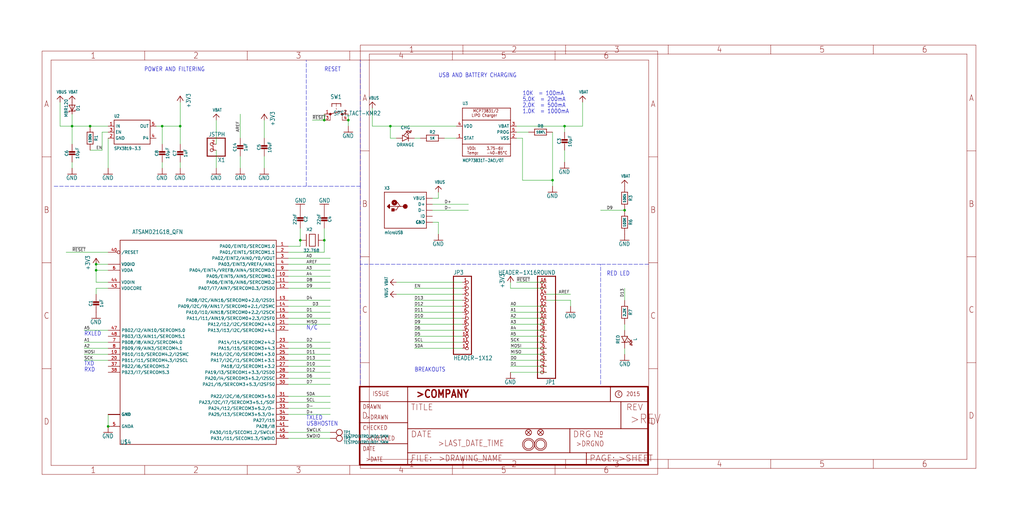
<source format=kicad_sch>
(kicad_sch (version 20211123) (generator eeschema)
  (paper "User" 433.07 220.853)
  (lib_symbols
    (symbol "Adafruit Feather M0 Basic rev C-eagle-import:+3V3" (power)
      (property "Value" "+3V3" (at -2.54 -5.08 90))
      (symbol "+3V3_1_0"
        (pin power_in line (at 0 -2.54 90) (length 2.54) (name "+3V3") (number "1"))
      )
    )
    (symbol "Adafruit Feather M0 Basic rev C-eagle-import:ATSAMD21J_QFN"
      (property "Value" "ATSAMD21J_QFN" (at -15.24 40.64 0))
      (symbol "ATSAMD21J_QFN_1_0"
        (pin bidirectional line (at 50.8 35.56 180) (length 5.08) (name "PA00/EINT0/SERCOM1.0") (number "1"))
        (pin bidirectional line (at 50.8 22.86 180) (length 5.08) (name "PA05/EINT5/AIN5/SERCOM0.1") (number "10"))
        (pin bidirectional line (at 50.8 20.32 180) (length 5.08) (name "PA06/EINT6/AIN6/SERCOM0.2") (number "11"))
        (pin bidirectional line (at 50.8 17.78 180) (length 5.08) (name "PA07/I7/AIN7/SERCOM0.3/I2SD0") (number "12"))
        (pin bidirectional line (at 50.8 12.7 180) (length 5.08) (name "PA08/I2C/AIN16/SERCOM0+2.0/I2SD1") (number "13"))
        (pin bidirectional line (at 50.8 10.16 180) (length 5.08) (name "PA09/I2C/I9/AIN17/SERCOM0+2.1/I2SMC") (number "14"))
        (pin bidirectional line (at 50.8 7.62 180) (length 5.08) (name "PA10/I10/AIN18/SERCOM0+2.2/I2SCK") (number "15"))
        (pin bidirectional line (at 50.8 5.08 180) (length 5.08) (name "PA11/I11/AIN19/SERCOM0+2.3/I2SF0") (number "16"))
        (pin power_in line (at -25.4 27.94 0) (length 5.08) (name "VDDIO") (number "17"))
        (pin power_in line (at -25.4 -35.56 0) (length 5.08) (name "GND") (number "18"))
        (pin bidirectional line (at -25.4 -10.16 0) (length 5.08) (name "PB10/I10/SERCOM4.2/I2SMC") (number "19"))
        (pin bidirectional line (at 50.8 33.02 180) (length 5.08) (name "PA01/EINT1/SERCOM1.1") (number "2"))
        (pin bidirectional line (at -25.4 -12.7 0) (length 5.08) (name "PB11/I11/SERCOM4.3/I2SCL") (number "20"))
        (pin bidirectional line (at 50.8 2.54 180) (length 5.08) (name "PA12/I12/I2C/SERCOM2+4.0") (number "21"))
        (pin bidirectional line (at 50.8 0 180) (length 5.08) (name "PA13/I13/I2C/SERCOM2+4.1") (number "22"))
        (pin bidirectional line (at 50.8 -5.08 180) (length 5.08) (name "PA14/I14/SERCOM2+4.2") (number "23"))
        (pin bidirectional line (at 50.8 -7.62 180) (length 5.08) (name "PA15/I15/SERCOM3+4.3") (number "24"))
        (pin bidirectional line (at 50.8 -10.16 180) (length 5.08) (name "PA16/I2C/I0/SERCOM1+3.0") (number "25"))
        (pin bidirectional line (at 50.8 -12.7 180) (length 5.08) (name "PA17/I2C/I1/SERCOM1+3.1") (number "26"))
        (pin bidirectional line (at 50.8 -15.24 180) (length 5.08) (name "PA18/I2/SERCOM1+3.2") (number "27"))
        (pin bidirectional line (at 50.8 -17.78 180) (length 5.08) (name "PA19/I3/SERCOM1+3.3/I2SD0") (number "28"))
        (pin bidirectional line (at 50.8 -20.32 180) (length 5.08) (name "PA20/I4/SERCOM3+5.2/I2SSC") (number "29"))
        (pin bidirectional line (at 50.8 30.48 180) (length 5.08) (name "PA02/EINT2/AIN0/Y0/VOUT") (number "3"))
        (pin bidirectional line (at 50.8 -22.86 180) (length 5.08) (name "PA21/I5/SERCOM3+5.3/I2SFS0") (number "30"))
        (pin bidirectional line (at 50.8 -27.94 180) (length 5.08) (name "PA22/I2C/I6/SERCOM3+5.0") (number "31"))
        (pin bidirectional line (at 50.8 -30.48 180) (length 5.08) (name "PA23/I2C/I7/SERCOM3+5.1/SOF") (number "32"))
        (pin bidirectional line (at 50.8 -33.02 180) (length 5.08) (name "PA24/I12/SERCOM3+5.2/D-") (number "33"))
        (pin bidirectional line (at 50.8 -35.56 180) (length 5.08) (name "PA25/I13/SERCOM3+5.3/D+") (number "34"))
        (pin power_in line (at -25.4 -35.56 0) (length 5.08) (name "GND") (number "35"))
        (pin power_in line (at -25.4 27.94 0) (length 5.08) (name "VDDIO") (number "36"))
        (pin bidirectional line (at -25.4 -15.24 0) (length 5.08) (name "PB22/I6/SERCOM5.2") (number "37"))
        (pin bidirectional line (at -25.4 -17.78 0) (length 5.08) (name "PB23/I7/SERCOM5.3") (number "38"))
        (pin bidirectional line (at 50.8 -38.1 180) (length 5.08) (name "PA27/I15") (number "39"))
        (pin bidirectional line (at 50.8 27.94 180) (length 5.08) (name "PA03/EINT3/VREFA/AIN1") (number "4"))
        (pin bidirectional inverted (at -25.4 33.02 0) (length 5.08) (name "/RESET") (number "40"))
        (pin bidirectional line (at 50.8 -40.64 180) (length 5.08) (name "PA28/I8") (number "41"))
        (pin power_in line (at -25.4 -35.56 0) (length 5.08) (name "GND") (number "42"))
        (pin power_in line (at -25.4 17.78 0) (length 5.08) (name "VDDCORE") (number "43"))
        (pin power_in line (at -25.4 20.32 0) (length 5.08) (name "VDDIN") (number "44"))
        (pin bidirectional line (at 50.8 -43.18 180) (length 5.08) (name "PA30/I10/SECOM1.2/SWCLK") (number "45"))
        (pin bidirectional line (at 50.8 -45.72 180) (length 5.08) (name "PA31/I11/SECOM1.3/SWDIO") (number "46"))
        (pin bidirectional line (at -25.4 0 0) (length 5.08) (name "PB02/I2/AIN10/SERCOM5.0") (number "47"))
        (pin bidirectional line (at -25.4 -2.54 0) (length 5.08) (name "PB03/I3/AIN11/SERCOM5.1") (number "48"))
        (pin power_in line (at -25.4 -40.64 0) (length 5.08) (name "GNDA") (number "5"))
        (pin power_in line (at -25.4 25.4 0) (length 5.08) (name "VDDA") (number "6"))
        (pin bidirectional line (at -25.4 -5.08 0) (length 5.08) (name "PB08/I8/AIN2/SERCOM4.0") (number "7"))
        (pin bidirectional line (at -25.4 -7.62 0) (length 5.08) (name "PB09/I9/AIN3/SERCOM4.1") (number "8"))
        (pin bidirectional line (at 50.8 25.4 180) (length 5.08) (name "PA04/EINT4/VREFB/AIN4/SERCOM0.0") (number "9"))
        (pin power_in line (at -25.4 -35.56 0) (length 5.08) (name "GND") (number "THERMAL"))
      )
    )
    (symbol "Adafruit Feather M0 Basic rev C-eagle-import:CAP_CERAMIC0603_NO"
      (property "Reference" "C" (at -2.29 1.25 90))
      (property "Value" "CAP_CERAMIC0603_NO" (at 2.3 1.25 90))
      (symbol "CAP_CERAMIC0603_NO_1_0"
        (pin passive line (at 0 5.08 270) (length 2.54) (name "1") (number "1"))
        (pin passive line (at 0 -2.54 90) (length 2.54) (name "2") (number "2"))
      )
    )
    (symbol "Adafruit Feather M0 Basic rev C-eagle-import:CAP_CERAMIC0805-NOOUTLINE"
      (property "Reference" "C" (at -2.29 1.25 90))
      (property "Value" "CAP_CERAMIC0805-NOOUTLINE" (at 2.3 1.25 90))
      (symbol "CAP_CERAMIC0805-NOOUTLINE_1_0"
        (pin passive line (at 0 5.08 270) (length 2.54) (name "1") (number "1"))
        (pin passive line (at 0 -2.54 90) (length 2.54) (name "2") (number "2"))
      )
    )
    (symbol "Adafruit Feather M0 Basic rev C-eagle-import:CON_JST_PH_2PIN"
      (property "Reference" "X" (at -6.35 5.715 0))
      (property "Value" "CON_JST_PH_2PIN" (at -6.35 -5.08 0))
      (symbol "CON_JST_PH_2PIN_1_0"
        (pin passive inverted (at -2.54 2.54 0) (length 2.54) (name "1") (number "1"))
        (pin passive inverted (at -2.54 0 0) (length 2.54) (name "2") (number "2"))
      )
    )
    (symbol "Adafruit Feather M0 Basic rev C-eagle-import:DIODE-SCHOTTKYSOD-123"
      (property "Reference" "D" (at 0 2.54 0))
      (property "Value" "DIODE-SCHOTTKYSOD-123" (at 0 -2.5 0))
      (symbol "DIODE-SCHOTTKYSOD-123_1_0"
        (pin passive line (at -2.54 0 0) (length 2.54) (name "A") (number "A"))
        (pin passive line (at 2.54 0 180) (length 2.54) (name "C") (number "C"))
      )
    )
    (symbol "Adafruit Feather M0 Basic rev C-eagle-import:FIDUCIAL{dblquote}{dblquote}")
    (symbol "Adafruit Feather M0 Basic rev C-eagle-import:FRAME_A4"
      (symbol "FRAME_A4_0_0"
        (text "1" (at 21.6958 1.905 0) (effects (font (size 2.54 2.286))))
        (text "1" (at 21.6958 177.165 0) (effects (font (size 2.54 2.286))))
        (text "2" (at 65.0875 1.905 0) (effects (font (size 2.54 2.286))))
        (text "2" (at 65.0875 177.165 0) (effects (font (size 2.54 2.286))))
        (text "3" (at 108.4792 1.905 0) (effects (font (size 2.54 2.286))))
        (text "3" (at 108.4792 177.165 0) (effects (font (size 2.54 2.286))))
        (text "4" (at 151.8708 1.905 0) (effects (font (size 2.54 2.286))))
        (text "4" (at 151.8708 177.165 0) (effects (font (size 2.54 2.286))))
        (text "5" (at 195.2625 1.905 0) (effects (font (size 2.54 2.286))))
        (text "5" (at 195.2625 177.165 0) (effects (font (size 2.54 2.286))))
        (text "6" (at 238.6542 1.905 0) (effects (font (size 2.54 2.286))))
        (text "6" (at 238.6542 177.165 0) (effects (font (size 2.54 2.286))))
        (text "A" (at 1.905 156.6863 0) (effects (font (size 2.54 2.286))))
        (text "A" (at 258.445 156.6863 0) (effects (font (size 2.54 2.286))))
        (text "B" (at 1.905 111.9188 0) (effects (font (size 2.54 2.286))))
        (text "B" (at 258.445 111.9188 0) (effects (font (size 2.54 2.286))))
        (text "C" (at 1.905 67.1513 0) (effects (font (size 2.54 2.286))))
        (text "C" (at 258.445 67.1513 0) (effects (font (size 2.54 2.286))))
        (text "D" (at 1.905 22.3838 0) (effects (font (size 2.54 2.286))))
        (text "D" (at 258.445 22.3838 0) (effects (font (size 2.54 2.286))))
      )
      (symbol "FRAME_A4_2_0"
        (text "2015" (at 112.4077 30.4673 0) (effects (font (size 1.778 1.5113)) (justify left bottom)))
        (text ">CHECKED" (at 2.2352 11.7348 0) (effects (font (size 1.778 1.5113)) (justify left bottom)))
        (text ">COMPANY" (at 23.349 29.6735 0) (effects (font (size 3.175 2.6987) (thickness 0.5397) bold) (justify left bottom)))
        (text ">DATE" (at 2.2352 2.8448 0) (effects (font (size 1.778 1.5113)) (justify left bottom)))
        (text ">DRAWING_NAME" (at 33.0327 2.8448 0) (effects (font (size 2.54 2.159)) (justify left bottom)))
        (text ">DRAWN" (at 2.2352 20.6248 0) (effects (font (size 1.778 1.5113)) (justify left bottom)))
        (text ">DRGNO" (at 91.1352 9.1948 0) (effects (font (size 2.1844 1.8567)) (justify left bottom)))
        (text ">LAST_DATE_TIME" (at 32.7152 9.1948 0) (effects (font (size 2.54 2.159)) (justify left bottom)))
        (text ">REV" (at 113.9952 18.7198 0) (effects (font (size 3.81 3.2385)) (justify left bottom)))
        (text ">SHEET" (at 108.9152 2.8448 0) (effects (font (size 2.54 2.54)) (justify left bottom)))
        (text "C" (at 108.7564 30.7848 0) (effects (font (size 1.27 1.0795)) (justify left bottom)))
        (text "CHECKED" (at 0.9652 16.1798 0) (effects (font (size 1.778 1.5113)) (justify left bottom)))
        (text "DATE" (at 0.9652 7.2898 0) (effects (font (size 1.778 1.5113)) (justify left bottom)))
        (text "DATE" (at 21.2852 13.0048 0) (effects (font (size 2.54 2.54)) (justify left bottom)))
        (text "DRAWN" (at 0.9652 25.0698 0) (effects (font (size 1.778 1.5113)) (justify left bottom)))
        (text "DRG" (at 89.8652 13.0048 0) (effects (font (size 2.54 2.54)) (justify left bottom)))
        (text "FILE:" (at 21.2852 2.8448 0) (effects (font (size 2.54 2.54)) (justify left bottom)))
        (text "ISSUE" (at 5.0927 30.4673 0) (effects (font (size 1.9304 1.6408)) (justify left bottom)))
        (text "N" (at 98.4377 13.0048 0) (effects (font (size 2.54 2.54)) (justify left bottom)))
        (text "o" (at 100.9777 13.9573 0) (effects (font (size 2.1844 1.8567)) (justify left bottom)))
        (text "PAGE:" (at 96.8502 2.8448 0) (effects (font (size 2.54 2.54)) (justify left bottom)))
        (text "REV" (at 112.4077 24.4348 0) (effects (font (size 2.54 2.54)) (justify left bottom)))
        (text "TITLE" (at 21.2852 24.4348 0) (effects (font (size 2.54 2.54)) (justify left bottom)))
      )
    )
    (symbol "Adafruit Feather M0 Basic rev C-eagle-import:GND" (power)
      (property "Value" "GND" (at -2.54 -2.54 0))
      (symbol "GND_1_0"
        (pin power_in line (at 0 2.54 270) (length 2.54) (name "GND") (number "1"))
      )
    )
    (symbol "Adafruit Feather M0 Basic rev C-eagle-import:HEADER-1X12"
      (property "Reference" "JP" (at -6.35 18.415 0))
      (property "Value" "HEADER-1X12" (at -6.35 -17.78 0))
      (symbol "HEADER-1X12_1_0"
        (pin passive inverted (at -2.54 15.24 0) (length 2.54) (name "1") (number "1"))
        (pin passive inverted (at -2.54 -7.62 0) (length 2.54) (name "10") (number "10"))
        (pin passive inverted (at -2.54 -10.16 0) (length 2.54) (name "11") (number "11"))
        (pin passive inverted (at -2.54 -12.7 0) (length 2.54) (name "12") (number "12"))
        (pin passive inverted (at -2.54 12.7 0) (length 2.54) (name "2") (number "2"))
        (pin passive inverted (at -2.54 10.16 0) (length 2.54) (name "3") (number "3"))
        (pin passive inverted (at -2.54 7.62 0) (length 2.54) (name "4") (number "4"))
        (pin passive inverted (at -2.54 5.08 0) (length 2.54) (name "5") (number "5"))
        (pin passive inverted (at -2.54 2.54 0) (length 2.54) (name "6") (number "6"))
        (pin passive inverted (at -2.54 0 0) (length 2.54) (name "7") (number "7"))
        (pin passive inverted (at -2.54 -2.54 0) (length 2.54) (name "8") (number "8"))
        (pin passive inverted (at -2.54 -5.08 0) (length 2.54) (name "9") (number "9"))
      )
    )
    (symbol "Adafruit Feather M0 Basic rev C-eagle-import:HEADER-1X16ROUND"
      (property "Reference" "JP" (at -6.35 20.955 0))
      (property "Value" "HEADER-1X16ROUND" (at -6.35 -25.4 0))
      (symbol "HEADER-1X16ROUND_1_0"
        (pin passive inverted (at -2.54 17.78 0) (length 2.54) (name "1") (number "1"))
        (pin passive inverted (at -2.54 -5.08 0) (length 2.54) (name "10") (number "10"))
        (pin passive inverted (at -2.54 -7.62 0) (length 2.54) (name "11") (number "11"))
        (pin passive inverted (at -2.54 -10.16 0) (length 2.54) (name "12") (number "12"))
        (pin passive inverted (at -2.54 -12.7 0) (length 2.54) (name "13") (number "13"))
        (pin passive inverted (at -2.54 -15.24 0) (length 2.54) (name "14") (number "14"))
        (pin passive inverted (at -2.54 -17.78 0) (length 2.54) (name "15") (number "15"))
        (pin passive inverted (at -2.54 -20.32 0) (length 2.54) (name "16") (number "16"))
        (pin passive inverted (at -2.54 15.24 0) (length 2.54) (name "2") (number "2"))
        (pin passive inverted (at -2.54 12.7 0) (length 2.54) (name "3") (number "3"))
        (pin passive inverted (at -2.54 10.16 0) (length 2.54) (name "4") (number "4"))
        (pin passive inverted (at -2.54 7.62 0) (length 2.54) (name "5") (number "5"))
        (pin passive inverted (at -2.54 5.08 0) (length 2.54) (name "6") (number "6"))
        (pin passive inverted (at -2.54 2.54 0) (length 2.54) (name "7") (number "7"))
        (pin passive inverted (at -2.54 0 0) (length 2.54) (name "8") (number "8"))
        (pin passive inverted (at -2.54 -2.54 0) (length 2.54) (name "9") (number "9"))
      )
    )
    (symbol "Adafruit Feather M0 Basic rev C-eagle-import:LED0805_NOOUTLINE"
      (property "Reference" "D" (at -1.27 4.445 0))
      (property "Value" "LED0805_NOOUTLINE" (at -1.27 -2.794 0))
      (symbol "LED0805_NOOUTLINE_1_0"
        (pin passive line (at -5.08 0 0) (length 2.54) (name "A") (number "A"))
        (pin passive line (at 2.54 0 180) (length 2.54) (name "C") (number "C"))
      )
    )
    (symbol "Adafruit Feather M0 Basic rev C-eagle-import:MCP73831{slash}2"
      (property "Reference" "U" (at -10.16 11.43 0))
      (property "Value" "MCP73831{slash}2" (at -10.16 -12.7 0))
      (symbol "MCP73831{slash}2_1_0"
        (text "-40-85°C" (at 0 -9.525 0) (effects (font (size 1.27 1.0795)) (justify left bottom)))
        (text "3.75-6V" (at 0 -7.62 0) (effects (font (size 1.27 1.0795)) (justify left bottom)))
        (text "LIPO Charger" (at -6.35 6.35 0) (effects (font (size 1.27 1.0795)) (justify left bottom)))
        (text "MCP73831/2" (at -5.715 8.255 0) (effects (font (size 1.27 1.0795)) (justify left bottom)))
        (text "Temp:" (at -8.255 -9.525 0) (effects (font (size 1.27 1.0795)) (justify left bottom)))
        (text "VDD:" (at -8.255 -7.62 0) (effects (font (size 1.27 1.0795)) (justify left bottom)))
        (pin output line (at -12.7 -2.54 0) (length 2.54) (name "STAT") (number "1"))
        (pin power_in line (at 12.7 -2.54 180) (length 2.54) (name "VSS") (number "2"))
        (pin power_in line (at 12.7 2.54 180) (length 2.54) (name "VBAT") (number "3"))
        (pin power_in line (at -12.7 2.54 0) (length 2.54) (name "VDD") (number "4"))
        (pin input line (at 12.7 0 180) (length 2.54) (name "PROG") (number "5"))
      )
    )
    (symbol "Adafruit Feather M0 Basic rev C-eagle-import:MOUNTINGHOLE2.5")
    (symbol "Adafruit Feather M0 Basic rev C-eagle-import:RESISTOR_0603_NOOUT"
      (property "Reference" "R" (at 0 2.54 0))
      (property "Value" "RESISTOR_0603_NOOUT" (at 0 0 0))
      (symbol "RESISTOR_0603_NOOUT_1_0"
        (pin passive line (at -5.08 0 0) (length 2.54) (name "1") (number "1"))
        (pin passive line (at 5.08 0 180) (length 2.54) (name "2") (number "2"))
      )
    )
    (symbol "Adafruit Feather M0 Basic rev C-eagle-import:SPST_TACT-KMR2"
      (property "Reference" "SW" (at -6.35 -2.54 90))
      (property "Value" "SPST_TACT-KMR2" (at -3.81 3.175 90))
      (symbol "SPST_TACT-KMR2_1_0"
        (pin passive line (at 0 -5.08 90) (length 2.54) (name "P") (number "1"))
        (pin passive line (at 0 5.08 270) (length 2.54) (name "S") (number "2"))
        (pin passive line (at 2.54 -5.08 90) (length 2.54) (name "P1") (number "3"))
        (pin passive line (at 2.54 5.08 270) (length 2.54) (name "S1") (number "4"))
      )
    )
    (symbol "Adafruit Feather M0 Basic rev C-eagle-import:TESTPOINTROUND1.5MM"
      (property "Reference" "TP" (at 0 5.588 90))
      (property "Value" "TESTPOINTROUND1.5MM" (at 1.651 5.588 90))
      (symbol "TESTPOINTROUND1.5MM_1_0"
        (pin bidirectional line (at 0 0 90) (length 2.54) (name "P$1") (number "P$1"))
      )
    )
    (symbol "Adafruit Feather M0 Basic rev C-eagle-import:USB_MICRO_20329_V2"
      (property "Reference" "X" (at -10.16 8.636 0))
      (property "Value" "USB_MICRO_20329_V2" (at -10.16 -10.16 0))
      (symbol "USB_MICRO_20329_V2_1_0"
        (pin power_in line (at 10.16 -5.08 180) (length 2.54) (name "GND") (number "BASE@1"))
        (pin power_in line (at 10.16 -5.08 180) (length 2.54) (name "GND") (number "BASE@2"))
        (pin bidirectional line (at 10.16 2.54 180) (length 2.54) (name "D+") (number "D+"))
        (pin bidirectional line (at 10.16 0 180) (length 2.54) (name "D-") (number "D-"))
        (pin power_in line (at 10.16 -5.08 180) (length 2.54) (name "GND") (number "GND"))
        (pin bidirectional line (at 10.16 -2.54 180) (length 2.54) (name "ID") (number "ID"))
        (pin power_in line (at 10.16 -5.08 180) (length 2.54) (name "GND") (number "SPRT@1"))
        (pin power_in line (at 10.16 -5.08 180) (length 2.54) (name "GND") (number "SPRT@2"))
        (pin power_in line (at 10.16 -5.08 180) (length 2.54) (name "GND") (number "SPRT@3"))
        (pin power_in line (at 10.16 -5.08 180) (length 2.54) (name "GND") (number "SPRT@4"))
        (pin power_in line (at 10.16 5.08 180) (length 2.54) (name "VBUS") (number "VBUS"))
      )
    )
    (symbol "Adafruit Feather M0 Basic rev C-eagle-import:VBAT" (power)
      (property "Value" "VBAT" (at -1.524 1.016 0))
      (symbol "VBAT_1_0"
        (pin power_in line (at 0 -2.54 90) (length 2.54) (name "VBAT") (number "1"))
      )
    )
    (symbol "Adafruit Feather M0 Basic rev C-eagle-import:VBUS" (power)
      (property "Value" "VBUS" (at -1.524 1.016 0))
      (symbol "VBUS_1_0"
        (pin power_in line (at 0 -2.54 90) (length 2.54) (name "VBUS") (number "1"))
      )
    )
    (symbol "Adafruit Feather M0 Basic rev C-eagle-import:VREG_SOT23-5"
      (property "Reference" "U" (at -7.62 6.096 0))
      (property "Value" "VREG_SOT23-5" (at -7.62 -7.62 0))
      (symbol "VREG_SOT23-5_1_0"
        (pin power_in line (at -10.16 2.54 0) (length 2.54) (name "IN") (number "1"))
        (pin power_in line (at -10.16 -2.54 0) (length 2.54) (name "GND") (number "2"))
        (pin input line (at -10.16 0 0) (length 2.54) (name "EN") (number "3"))
        (pin bidirectional line (at 10.16 -2.54 180) (length 2.54) (name "P4") (number "4"))
        (pin power_in line (at 10.16 2.54 180) (length 2.54) (name "OUT") (number "5"))
      )
    )
    (symbol "Adafruit Feather M0 Basic rev C-eagle-import:XTAL-3.2X1.5"
      (property "Reference" "X" (at -2.54 3.81 0))
      (property "Value" "XTAL-3.2X1.5" (at -3.81 -5.08 0))
      (symbol "XTAL-3.2X1.5_1_0"
        (pin bidirectional line (at -5.08 0 0) (length 2.54) (name "P$1") (number "P$1"))
        (pin bidirectional line (at 5.08 0 180) (length 2.54) (name "P$2") (number "P$2"))
      )
    )
  )
  (junction (at 68.58 53.34))
  (junction (at 40.64 111.76))
  (junction (at 45.72 180.34))
  (junction (at 264.16 88.9))
  (junction (at 38.1 53.34))
  (junction (at 40.64 114.3))
  (junction (at 76.2 53.34))
  (junction (at 30.48 53.34))
  (junction (at 147.32 50.8))
  (junction (at 137.16 101.6))
  (junction (at 165.1 53.34))
  (junction (at 238.76 53.34))
  (junction (at 137.16 50.8))
  (junction (at 127 101.6))
  (junction (at 233.68 76.2))
  (wire (pts (xy 45.72 58.42) (xy 45.72 71.12)))
  (wire (pts (xy 121.92 172.72) (xy 139.7 172.72)))
  (wire (pts (xy 218.44 55.88) (xy 223.52 55.88)))
  (wire (pts (xy 45.72 144.78) (xy 35.56 144.78)))
  (wire (pts (xy 30.48 68.58) (xy 30.48 71.12)))
  (polyline (pts (xy 152.4 78.74) (xy 129.54 78.74)))
  (wire (pts (xy 127 96.52) (xy 127 101.6)))
  (polyline (pts (xy 254 162.56) (xy 254 111.76)))
  (wire (pts (xy 45.72 114.3) (xy 40.64 114.3)))
  (wire (pts (xy 231.14 147.32) (xy 215.9 147.32)))
  (wire (pts (xy 30.48 53.34) (xy 30.48 60.96)))
  (wire (pts (xy 121.92 167.64) (xy 139.7 167.64)))
  (wire (pts (xy 195.58 144.78) (xy 175.26 144.78)))
  (wire (pts (xy 139.7 154.94) (xy 121.92 154.94)))
  (wire (pts (xy 195.58 132.08) (xy 175.26 132.08)))
  (wire (pts (xy 147.32 53.34) (xy 147.32 50.8)))
  (wire (pts (xy 68.58 60.96) (xy 68.58 53.34)))
  (polyline (pts (xy 254 111.76) (xy 152.4 111.76)))
  (wire (pts (xy 68.58 53.34) (xy 76.2 53.34)))
  (wire (pts (xy 241.3 127) (xy 241.3 129.54)))
  (wire (pts (xy 40.64 119.38) (xy 40.64 114.3)))
  (wire (pts (xy 35.56 147.32) (xy 45.72 147.32)))
  (wire (pts (xy 121.92 170.18) (xy 139.7 170.18)))
  (wire (pts (xy 147.32 48.26) (xy 147.32 50.8)))
  (wire (pts (xy 45.72 121.92) (xy 40.64 121.92)))
  (wire (pts (xy 76.2 68.58) (xy 76.2 71.12)))
  (wire (pts (xy 76.2 53.34) (xy 76.2 60.96)))
  (wire (pts (xy 220.98 58.42) (xy 220.98 76.2)))
  (wire (pts (xy 121.92 137.16) (xy 139.7 137.16)))
  (wire (pts (xy 198.12 88.9) (xy 182.88 88.9)))
  (wire (pts (xy 231.14 119.38) (xy 218.44 119.38)))
  (wire (pts (xy 139.7 116.84) (xy 121.92 116.84)))
  (polyline (pts (xy 129.54 78.74) (xy 129.54 25.4)))
  (wire (pts (xy 264.16 147.32) (xy 264.16 149.86)))
  (wire (pts (xy 182.88 93.98) (xy 185.42 93.98)))
  (wire (pts (xy 45.72 53.34) (xy 38.1 53.34)))
  (wire (pts (xy 167.64 119.38) (xy 195.58 119.38)))
  (wire (pts (xy 43.18 55.88) (xy 45.72 55.88)))
  (wire (pts (xy 68.58 68.58) (xy 68.58 71.12)))
  (wire (pts (xy 111.76 71.12) (xy 111.76 66.04)))
  (wire (pts (xy 121.92 160.02) (xy 139.7 160.02)))
  (wire (pts (xy 45.72 111.76) (xy 40.64 111.76)))
  (wire (pts (xy 246.38 43.18) (xy 246.38 53.34)))
  (wire (pts (xy 195.58 142.24) (xy 175.26 142.24)))
  (wire (pts (xy 167.64 58.42) (xy 165.1 58.42)))
  (wire (pts (xy 238.76 53.34) (xy 218.44 53.34)))
  (wire (pts (xy 233.68 76.2) (xy 233.68 78.74)))
  (wire (pts (xy 220.98 76.2) (xy 233.68 76.2)))
  (wire (pts (xy 25.4 53.34) (xy 30.48 53.34)))
  (polyline (pts (xy 152.4 162.56) (xy 152.4 111.76)))
  (wire (pts (xy 45.72 175.26) (xy 45.72 180.34)))
  (wire (pts (xy 121.92 144.78) (xy 139.7 144.78)))
  (wire (pts (xy 30.48 48.26) (xy 30.48 53.34)))
  (polyline (pts (xy 152.4 111.76) (xy 152.4 78.74)))
  (wire (pts (xy 137.16 101.6) (xy 137.16 96.52)))
  (wire (pts (xy 238.76 55.88) (xy 238.76 53.34)))
  (wire (pts (xy 121.92 109.22) (xy 139.7 109.22)))
  (wire (pts (xy 233.68 55.88) (xy 233.68 76.2)))
  (wire (pts (xy 121.92 182.88) (xy 139.7 182.88)))
  (wire (pts (xy 66.04 53.34) (xy 68.58 53.34)))
  (wire (pts (xy 35.56 152.4) (xy 45.72 152.4)))
  (wire (pts (xy 264.16 127) (xy 264.16 121.92)))
  (wire (pts (xy 175.26 147.32) (xy 195.58 147.32)))
  (wire (pts (xy 121.92 162.56) (xy 139.7 162.56)))
  (wire (pts (xy 165.1 58.42) (xy 165.1 53.34)))
  (wire (pts (xy 43.18 63.5) (xy 43.18 55.88)))
  (wire (pts (xy 185.42 93.98) (xy 185.42 99.06)))
  (wire (pts (xy 139.7 175.26) (xy 121.92 175.26)))
  (wire (pts (xy 215.9 142.24) (xy 231.14 142.24)))
  (wire (pts (xy 195.58 127) (xy 175.26 127)))
  (wire (pts (xy 101.6 66.04) (xy 101.6 71.12)))
  (wire (pts (xy 121.92 119.38) (xy 139.7 119.38)))
  (wire (pts (xy 139.7 185.42) (xy 121.92 185.42)))
  (wire (pts (xy 121.92 104.14) (xy 127 104.14)))
  (wire (pts (xy 139.7 134.62) (xy 121.92 134.62)))
  (wire (pts (xy 231.14 152.4) (xy 215.9 152.4)))
  (wire (pts (xy 40.64 121.92) (xy 40.64 124.46)))
  (wire (pts (xy 238.76 53.34) (xy 246.38 53.34)))
  (wire (pts (xy 111.76 58.42) (xy 111.76 50.8)))
  (wire (pts (xy 218.44 58.42) (xy 220.98 58.42)))
  (wire (pts (xy 231.14 127) (xy 241.3 127)))
  (wire (pts (xy 76.2 53.34) (xy 76.2 43.18)))
  (wire (pts (xy 40.64 114.3) (xy 40.64 111.76)))
  (wire (pts (xy 139.7 127) (xy 121.92 127)))
  (wire (pts (xy 137.16 50.8) (xy 137.16 48.26)))
  (polyline (pts (xy 22.86 78.74) (xy 129.54 78.74)))
  (wire (pts (xy 121.92 132.08) (xy 139.7 132.08)))
  (wire (pts (xy 195.58 137.16) (xy 175.26 137.16)))
  (wire (pts (xy 215.9 157.48) (xy 231.14 157.48)))
  (wire (pts (xy 231.14 134.62) (xy 215.9 134.62)))
  (wire (pts (xy 101.6 58.42) (xy 101.6 48.26)))
  (wire (pts (xy 175.26 139.7) (xy 195.58 139.7)))
  (wire (pts (xy 215.9 149.86) (xy 231.14 149.86)))
  (wire (pts (xy 175.26 134.62) (xy 195.58 134.62)))
  (wire (pts (xy 175.26 58.42) (xy 177.8 58.42)))
  (wire (pts (xy 185.42 83.82) (xy 185.42 81.28)))
  (polyline (pts (xy 152.4 78.74) (xy 152.4 25.4)))
  (wire (pts (xy 231.14 144.78) (xy 215.9 144.78)))
  (wire (pts (xy 215.9 154.94) (xy 231.14 154.94)))
  (wire (pts (xy 187.96 58.42) (xy 193.04 58.42)))
  (wire (pts (xy 121.92 114.3) (xy 139.7 114.3)))
  (wire (pts (xy 25.4 43.18) (xy 25.4 53.34)))
  (wire (pts (xy 121.92 121.92) (xy 139.7 121.92)))
  (wire (pts (xy 45.72 119.38) (xy 40.64 119.38)))
  (wire (pts (xy 45.72 139.7) (xy 35.56 139.7)))
  (wire (pts (xy 182.88 86.36) (xy 198.12 86.36)))
  (wire (pts (xy 157.48 45.72) (xy 157.48 53.34)))
  (wire (pts (xy 38.1 63.5) (xy 43.18 63.5)))
  (wire (pts (xy 238.76 63.5) (xy 238.76 68.58)))
  (wire (pts (xy 45.72 149.86) (xy 35.56 149.86)))
  (wire (pts (xy 231.14 129.54) (xy 215.9 129.54)))
  (polyline (pts (xy 274.32 111.76) (xy 254 111.76)))
  (wire (pts (xy 175.26 129.54) (xy 195.58 129.54)))
  (wire (pts (xy 137.16 106.68) (xy 137.16 101.6)))
  (wire (pts (xy 215.9 137.16) (xy 231.14 137.16)))
  (wire (pts (xy 215.9 121.92) (xy 231.14 121.92)))
  (wire (pts (xy 121.92 106.68) (xy 137.16 106.68)))
  (wire (pts (xy 215.9 119.38) (xy 215.9 121.92)))
  (wire (pts (xy 127 104.14) (xy 127 101.6)))
  (wire (pts (xy 175.26 121.92) (xy 195.58 121.92)))
  (wire (pts (xy 157.48 53.34) (xy 165.1 53.34)))
  (wire (pts (xy 121.92 152.4) (xy 139.7 152.4)))
  (wire (pts (xy 215.9 132.08) (xy 231.14 132.08)))
  (wire (pts (xy 165.1 53.34) (xy 193.04 53.34)))
  (wire (pts (xy 121.92 157.48) (xy 139.7 157.48)))
  (wire (pts (xy 91.44 50.8) (xy 91.44 60.96)))
  (wire (pts (xy 38.1 53.34) (xy 30.48 53.34)))
  (wire (pts (xy 231.14 139.7) (xy 215.9 139.7)))
  (wire (pts (xy 121.92 111.76) (xy 139.7 111.76)))
  (wire (pts (xy 231.14 124.46) (xy 241.3 124.46)))
  (wire (pts (xy 182.88 83.82) (xy 185.42 83.82)))
  (wire (pts (xy 91.44 71.12) (xy 91.44 63.5)))
  (wire (pts (xy 139.7 147.32) (xy 121.92 147.32)))
  (wire (pts (xy 264.16 137.16) (xy 264.16 139.7)))
  (wire (pts (xy 121.92 129.54) (xy 139.7 129.54)))
  (wire (pts (xy 132.08 50.8) (xy 137.16 50.8)))
  (wire (pts (xy 264.16 88.9) (xy 254 88.9)))
  (wire (pts (xy 121.92 149.86) (xy 139.7 149.86)))
  (wire (pts (xy 195.58 124.46) (xy 167.64 124.46)))
  (wire (pts (xy 45.72 106.68) (xy 27.94 106.68)))
  (text "POWER AND FILTERING" (at 60.96 30.48 180) (effects (font (size 1.778 1.5113)) (justify left bottom)))
  (text "RED LED" (at 256.54 116.84 180) (effects (font (size 1.778 1.5113)) (justify left bottom)))
  (text "BREAKOUTS" (at 175.26 157.48 180) (effects (font (size 1.778 1.5113)) (justify left bottom)))
  (text "RXD" (at 35.56 157.48 180) (effects (font (size 1.778 1.5113)) (justify left bottom)))
  (text "USB AND BATTERY CHARGING" (at 185.42 33.02 180) (effects (font (size 1.778 1.5113)) (justify left bottom)))
  (text "TXLED" (at 129.54 177.8 180) (effects (font (size 1.778 1.5113)) (justify left bottom)))
  (text "5.0K  = 200mA" (at 220.98 43.18 180) (effects (font (size 1.778 1.5113)) (justify left bottom)))
  (text "TXD" (at 35.56 154.94 180) (effects (font (size 1.778 1.5113)) (justify left bottom)))
  (text "RXLED" (at 35.56 142.24 180) (effects (font (size 1.778 1.5113)) (justify left bottom)))
  (text "10K  = 100mA" (at 220.98 40.64 180) (effects (font (size 1.778 1.5113)) (justify left bottom)))
  (text "2.0K  = 500mA" (at 220.98 45.72 180) (effects (font (size 1.778 1.5113)) (justify left bottom)))
  (text "1.0K  = 1000mA" (at 220.98 48.26 180) (effects (font (size 1.778 1.5113)) (justify left bottom)))
  (text "N/C" (at 129.54 139.7 180) (effects (font (size 1.778 1.5113)) (justify left bottom)))
  (text "USBHOSTEN" (at 129.54 180.34 180) (effects (font (size 1.778 1.5113)) (justify left bottom)))
  (text "RESET" (at 137.16 30.48 180) (effects (font (size 1.778 1.5113)) (justify left bottom)))
  (label "SCL" (at 175.26 144.78 0) (effects (font (size 1.2446 1.2446))))
  (label "~{RESET}" (at 30.48 106.68 0) (effects (font (size 1.2446 1.2446))))
  (label "A3" (at 129.54 114.3 0) (effects (font (size 1.2446 1.2446))))
  (label "MOSI" (at 215.9 147.32 0) (effects (font (size 1.2446 1.2446))))
  (label "A5" (at 35.56 139.7 0) (effects (font (size 1.2446 1.2446))))
  (label "D5" (at 175.26 142.24 0) (effects (font (size 1.2446 1.2446))))
  (label "A4" (at 215.9 139.7 0) (effects (font (size 1.2446 1.2446))))
  (label "A1" (at 35.56 144.78 0) (effects (font (size 1.2446 1.2446))))
  (label "D-" (at 187.96 88.9 0) (effects (font (size 1.2446 1.2446))))
  (label "SCK" (at 35.56 152.4 0) (effects (font (size 1.2446 1.2446))))
  (label "SWDIO" (at 129.54 185.42 0) (effects (font (size 1.2446 1.2446))))
  (label "D1" (at 129.54 132.08 0) (effects (font (size 1.2446 1.2446))))
  (label "D5" (at 129.54 147.32 0) (effects (font (size 1.2446 1.2446))))
  (label "D+" (at 129.54 175.26 0) (effects (font (size 1.2446 1.2446))))
  (label "SCK" (at 215.9 144.78 0) (effects (font (size 1.2446 1.2446))))
  (label "A2" (at 35.56 147.32 0) (effects (font (size 1.2446 1.2446))))
  (label "A2" (at 215.9 134.62 0) (effects (font (size 1.2446 1.2446))))
  (label "D9" (at 256.54 88.9 0) (effects (font (size 1.2446 1.2446))))
  (label "SWCLK" (at 129.54 182.88 0) (effects (font (size 1.2446 1.2446))))
  (label "~{RESET}" (at 218.44 119.38 0) (effects (font (size 1.2446 1.2446))))
  (label "A5" (at 215.9 142.24 0) (effects (font (size 1.2446 1.2446))))
  (label "A0" (at 215.9 129.54 0) (effects (font (size 1.2446 1.2446))))
  (label "D12" (at 175.26 129.54 0) (effects (font (size 1.2446 1.2446))))
  (label "D-" (at 129.54 172.72 0) (effects (font (size 1.2446 1.2446))))
  (label "D13" (at 264.16 121.92 270) (effects (font (size 1.2446 1.2446))))
  (label "D10" (at 175.26 134.62 0) (effects (font (size 1.2446 1.2446))))
  (label "D7" (at 129.54 162.56 0) (effects (font (size 1.2446 1.2446))))
  (label "SDA" (at 175.26 147.32 0) (effects (font (size 1.2446 1.2446))))
  (label "MISO" (at 129.54 137.16 0) (effects (font (size 1.2446 1.2446))))
  (label "EN" (at 175.26 121.92 0) (effects (font (size 1.2446 1.2446))))
  (label "D13" (at 175.26 127 0) (effects (font (size 1.2446 1.2446))))
  (label "A3" (at 215.9 137.16 0) (effects (font (size 1.2446 1.2446))))
  (label "AREF" (at 129.54 111.76 0) (effects (font (size 1.2446 1.2446))))
  (label "SDA" (at 129.54 167.64 0) (effects (font (size 1.2446 1.2446))))
  (label "AREF" (at 101.6 55.88 90) (effects (font (size 1.2446 1.2446))))
  (label "EN" (at 40.64 63.5 0) (effects (font (size 1.2446 1.2446))))
  (label "SCL" (at 129.54 170.18 0) (effects (font (size 1.2446 1.2446))))
  (label "D8" (at 129.54 119.38 0) (effects (font (size 1.2446 1.2446))))
  (label "D1" (at 215.9 154.94 0) (effects (font (size 1.2446 1.2446))))
  (label "A4" (at 129.54 116.84 0) (effects (font (size 1.2446 1.2446))))
  (label "D6" (at 129.54 160.02 0) (effects (font (size 1.2446 1.2446))))
  (label "D11" (at 129.54 149.86 0) (effects (font (size 1.2446 1.2446))))
  (label "D4" (at 129.54 127 0) (effects (font (size 1.2446 1.2446))))
  (label "D2" (at 129.54 144.78 0) (effects (font (size 1.2446 1.2446))))
  (label "D12" (at 129.54 157.48 0) (effects (font (size 1.2446 1.2446))))
  (label "D3" (at 132.08 129.54 0) (effects (font (size 1.2446 1.2446))))
  (label "~{RESET}" (at 132.08 50.8 0) (effects (font (size 1.2446 1.2446))))
  (label "D9" (at 129.54 121.92 0) (effects (font (size 1.2446 1.2446))))
  (label "D10" (at 129.54 154.94 0) (effects (font (size 1.2446 1.2446))))
  (label "D+" (at 187.96 86.36 0) (effects (font (size 1.2446 1.2446))))
  (label "D11" (at 175.26 132.08 0) (effects (font (size 1.2446 1.2446))))
  (label "D13" (at 129.54 152.4 0) (effects (font (size 1.2446 1.2446))))
  (label "MOSI" (at 35.56 149.86 0) (effects (font (size 1.2446 1.2446))))
  (label "MISO" (at 215.9 149.86 0) (effects (font (size 1.2446 1.2446))))
  (label "D6" (at 175.26 139.7 0) (effects (font (size 1.2446 1.2446))))
  (label "D9" (at 175.26 137.16 0) (effects (font (size 1.2446 1.2446))))
  (label "D0" (at 215.9 152.4 0) (effects (font (size 1.2446 1.2446))))
  (label "AREF" (at 236.22 124.46 0) (effects (font (size 1.2446 1.2446))))
  (label "A1" (at 215.9 132.08 0) (effects (font (size 1.2446 1.2446))))
  (label "D0" (at 129.54 134.62 0) (effects (font (size 1.2446 1.2446))))
  (label "A0" (at 129.54 109.22 0) (effects (font (size 1.2446 1.2446))))
  (symbol (lib_id "Adafruit Feather M0 Basic rev C-eagle-import:GND") (at 30.48 73.66 0) (unit 1)
    (property "Reference" "#U$27" (effects hide))
    (property "Value" "GND" (at 27.94 76.2 0) (effects (font (size 1.778 1.5113)) (justify left bottom)))
  )
  (symbol (lib_id "Adafruit Feather M0 Basic rev C-eagle-import:GND") (at 264.16 101.6 0) (unit 1)
    (property "Reference" "#GND13" (effects hide))
    (property "Value" "GND" (at 261.62 104.14 0) (effects (font (size 1.778 1.5113)) (justify left bottom)))
  )
  (symbol (lib_id "Adafruit Feather M0 Basic rev C-eagle-import:TESTPOINTROUND1.5MM") (at 139.7 182.88 270)
    (property "Reference" "TP1" (at 145.288 182.88 90) (effects (font (size 1.27 1.0795)) (justify left)))
    (property "Value" "TESTPOINTROUND1.5MM" (at 145.288 184.531 90) (effects (font (size 1.27 1.0795)) (justify left)))
    (property "Footprint" "TESTPOINT_ROUND_1.5MM" (effects hide))
  )
  (symbol (lib_id "Adafruit Feather M0 Basic rev C-eagle-import:HEADER-1X16ROUND") (at 228.6 139.7 180)
    (property "Reference" "JP1" (at 234.95 160.655 0) (effects (font (size 1.778 1.5113)) (justify left bottom)))
    (property "Value" "HEADER-1X16ROUND" (at 234.95 114.3 0) (effects (font (size 1.778 1.5113)) (justify left bottom)))
    (property "Footprint" "1X16_ROUND" (effects hide))
  )
  (symbol (lib_id "Adafruit Feather M0 Basic rev C-eagle-import:GND") (at 68.58 73.66 0) (unit 1)
    (property "Reference" "#U$29" (effects hide))
    (property "Value" "GND" (at 66.04 76.2 0) (effects (font (size 1.778 1.5113)) (justify left bottom)))
  )
  (symbol (lib_id "Adafruit Feather M0 Basic rev C-eagle-import:USB_MICRO_20329_V2") (at 172.72 88.9 0)
    (property "Reference" "X3" (at 162.56 80.264 0) (effects (font (size 1.27 1.0795)) (justify left bottom)))
    (property "Value" "microUSB" (at 162.56 99.06 0) (effects (font (size 1.27 1.0795)) (justify left bottom)))
    (property "Footprint" "4UCONN_20329_V2" (effects hide))
  )
  (symbol (lib_id "Adafruit Feather M0 Basic rev C-eagle-import:GND") (at 215.9 160.02 0) (unit 1)
    (property "Reference" "#GND11" (effects hide))
    (property "Value" "GND" (at 213.36 162.56 0) (effects (font (size 1.778 1.5113)) (justify left bottom)))
  )
  (symbol (lib_id "Adafruit Feather M0 Basic rev C-eagle-import:GND") (at 101.6 73.66 0) (mirror y) (unit 1)
    (property "Reference" "#GND12" (effects hide))
    (property "Value" "GND" (at 104.14 76.2 0) (effects (font (size 1.778 1.5113)) (justify left bottom)))
  )
  (symbol (lib_id "Adafruit Feather M0 Basic rev C-eagle-import:GND") (at 147.32 55.88 0) (unit 1)
    (property "Reference" "#GND7" (effects hide))
    (property "Value" "GND" (at 144.78 58.42 0) (effects (font (size 1.778 1.5113)) (justify left bottom)))
  )
  (symbol (lib_id "Adafruit Feather M0 Basic rev C-eagle-import:+3V3") (at 215.9 116.84 0) (unit 1)
    (property "Reference" "#+3V1" (effects hide))
    (property "Value" "+3V3" (at 213.36 121.92 90) (effects (font (size 1.778 1.5113)) (justify left bottom)))
  )
  (symbol (lib_id "Adafruit Feather M0 Basic rev C-eagle-import:VBUS") (at 185.42 78.74 0) (unit 1)
    (property "Reference" "#U$1" (effects hide))
    (property "Value" "VBUS" (at 183.896 77.724 0) (effects (font (size 1.27 1.0795)) (justify left bottom)))
  )
  (symbol (lib_id "Adafruit Feather M0 Basic rev C-eagle-import:GND") (at 111.76 73.66 0) (unit 1)
    (property "Reference" "#U$11" (effects hide))
    (property "Value" "GND" (at 109.22 76.2 0) (effects (font (size 1.778 1.5113)) (justify left bottom)))
  )
  (symbol (lib_id "Adafruit Feather M0 Basic rev C-eagle-import:CAP_CERAMIC0603_NO") (at 76.2 66.04 0)
    (property "Reference" "C7" (at 73.91 64.79 90))
    (property "Value" "1uF" (at 78.5 64.79 90))
    (property "Footprint" "0603-NO" (effects hide))
  )
  (symbol (lib_id "Adafruit Feather M0 Basic rev C-eagle-import:DIODE-SCHOTTKYSOD-123") (at 30.48 45.72 270)
    (property "Reference" "D1" (at 33.02 45.72 0))
    (property "Value" "MBR120" (at 27.98 45.72 0))
    (property "Footprint" "SOD-123" (effects hide))
  )
  (symbol (lib_id "Adafruit Feather M0 Basic rev C-eagle-import:CON_JST_PH_2PIN") (at 88.9 60.96 180)
    (property "Reference" "X1" (at 95.25 66.675 0) (effects (font (size 1.778 1.5113)) (justify left bottom)))
    (property "Value" "JSTPH" (at 95.25 55.88 0) (effects (font (size 1.778 1.5113)) (justify left bottom)))
    (property "Footprint" "JSTPH2" (effects hide))
  )
  (symbol (lib_id "Adafruit Feather M0 Basic rev C-eagle-import:FIDUCIAL{dblquote}{dblquote}") (at 223.52 182.88 0) (unit 1)
    (property "Reference" "U$35" (effects hide))
    (property "Value" "FIDUCIAL{dblquote}{dblquote}" (effects hide))
    (property "Footprint" "FIDUCIAL_1MM" (effects hide))
  )
  (symbol (lib_id "Adafruit Feather M0 Basic rev C-eagle-import:GND") (at 76.2 73.66 0) (unit 1)
    (property "Reference" "#U$28" (effects hide))
    (property "Value" "GND" (at 73.66 76.2 0) (effects (font (size 1.778 1.5113)) (justify left bottom)))
  )
  (symbol (lib_id "Adafruit Feather M0 Basic rev C-eagle-import:RESISTOR_0603_NOOUT") (at 264.16 83.82 270)
    (property "Reference" "R3" (at 266.7 83.82 0))
    (property "Value" "100k" (at 264.16 83.82 0) (effects (font (size 1.016 1.016) bold)))
    (property "Footprint" "0603-NO" (effects hide))
  )
  (symbol (lib_id "Adafruit Feather M0 Basic rev C-eagle-import:RESISTOR_0603_NOOUT") (at 264.16 132.08 270)
    (property "Reference" "R7" (at 266.7 132.08 0))
    (property "Value" "2.2K" (at 264.16 132.08 0) (effects (font (size 1.016 1.016) bold)))
    (property "Footprint" "0603-NO" (effects hide))
  )
  (symbol (lib_id "Adafruit Feather M0 Basic rev C-eagle-import:HEADER-1X12") (at 198.12 134.62 0)
    (property "Reference" "JP3" (at 191.77 116.205 0) (effects (font (size 1.778 1.5113)) (justify left bottom)))
    (property "Value" "HEADER-1X12" (at 191.77 152.4 0) (effects (font (size 1.778 1.5113)) (justify left bottom)))
    (property "Footprint" "1X12_ROUND" (effects hide))
  )
  (symbol (lib_id "Adafruit Feather M0 Basic rev C-eagle-import:MCP73831{slash}2") (at 205.74 55.88 0)
    (property "Reference" "U3" (at 195.58 44.45 0) (effects (font (size 1.27 1.0795)) (justify left bottom)))
    (property "Value" "MCP73831T-2ACI/OT" (at 195.58 68.58 0) (effects (font (size 1.27 1.0795)) (justify left bottom)))
    (property "Footprint" "SOT23-5" (effects hide))
  )
  (symbol (lib_id "Adafruit Feather M0 Basic rev C-eagle-import:RESISTOR_0603_NOOUT") (at 38.1 58.42 270)
    (property "Reference" "R1" (at 40.64 58.42 0))
    (property "Value" "100k" (at 38.1 58.42 0) (effects (font (size 1.016 1.016) bold)))
    (property "Footprint" "0603-NO" (effects hide))
  )
  (symbol (lib_id "Adafruit Feather M0 Basic rev C-eagle-import:ATSAMD21J_QFN") (at 71.12 139.7 0)
    (property "Reference" "U$4" (at 50.8 187.96 0) (effects (font (size 1.778 1.5113)) (justify left bottom)))
    (property "Value" "ATSAMD21G18_QFN" (at 55.88 99.06 0) (effects (font (size 1.778 1.5113)) (justify left bottom)))
    (property "Footprint" "TQFN48_7MM" (effects hide))
  )
  (symbol (lib_id "Adafruit Feather M0 Basic rev C-eagle-import:CAP_CERAMIC0603_NO") (at 137.16 91.44 180)
    (property "Reference" "C4" (at 139.45 92.69 90))
    (property "Value" "22pF" (at 134.86 92.69 90))
    (property "Footprint" "0603-NO" (effects hide))
  )
  (symbol (lib_id "Adafruit Feather M0 Basic rev C-eagle-import:+3V3") (at 40.64 109.22 0) (unit 1)
    (property "Reference" "#+3V3" (effects hide))
    (property "Value" "+3V3" (at 38.1 114.3 90) (effects (font (size 1.778 1.5113)) (justify left bottom)))
  )
  (symbol (lib_id "Adafruit Feather M0 Basic rev C-eagle-import:CAP_CERAMIC0805-NOOUTLINE") (at 30.48 66.04 0)
    (property "Reference" "C6" (at 28.19 64.79 90))
    (property "Value" "10µF" (at 32.78 64.79 90))
    (property "Footprint" "0805-NO" (effects hide))
  )
  (symbol (lib_id "Adafruit Feather M0 Basic rev C-eagle-import:GND") (at 45.72 182.88 0) (unit 1)
    (property "Reference" "#U$5" (effects hide))
    (property "Value" "GND" (at 43.18 185.42 0) (effects (font (size 1.778 1.5113)) (justify left bottom)))
  )
  (symbol (lib_id "Adafruit Feather M0 Basic rev C-eagle-import:GND") (at 241.3 132.08 0) (unit 1)
    (property "Reference" "#GND4" (effects hide))
    (property "Value" "GND" (at 238.76 134.62 0) (effects (font (size 1.778 1.5113)) (justify left bottom)))
  )
  (symbol (lib_id "Adafruit Feather M0 Basic rev C-eagle-import:SPST_TACT-KMR2") (at 142.24 48.26 270)
    (property "Reference" "SW1" (at 139.7 41.91 90) (effects (font (size 1.778 1.5113)) (justify left bottom)))
    (property "Value" "SPST_TACT-KMR2" (at 140.97 48.895 90) (effects (font (size 1.778 1.5113)) (justify left bottom)))
    (property "Footprint" "KMR2" (effects hide))
  )
  (symbol (lib_id "Adafruit Feather M0 Basic rev C-eagle-import:VBAT") (at 30.48 40.64 0) (unit 1)
    (property "Reference" "#U$21" (effects hide))
    (property "Value" "VBAT" (at 28.956 39.624 0) (effects (font (size 1.27 1.0795)) (justify left bottom)))
  )
  (symbol (lib_id "Adafruit Feather M0 Basic rev C-eagle-import:GND") (at 238.76 71.12 0) (unit 1)
    (property "Reference" "#U$33" (effects hide))
    (property "Value" "GND" (at 236.22 73.66 0) (effects (font (size 1.778 1.5113)) (justify left bottom)))
  )
  (symbol (lib_id "Adafruit Feather M0 Basic rev C-eagle-import:RESISTOR_0603_NOOUT") (at 228.6 55.88 0)
    (property "Reference" "R8" (at 228.6 53.34 0))
    (property "Value" "10K\\" (at 228.6 55.88 0) (effects (font (size 1.016 1.016) bold)))
    (property "Footprint" "0603-NO" (effects hide))
  )
  (symbol (lib_id "Adafruit Feather M0 Basic rev C-eagle-import:VBUS") (at 157.48 43.18 0) (unit 1)
    (property "Reference" "#U$38" (effects hide))
    (property "Value" "VBUS" (at 155.956 42.164 0) (effects (font (size 1.27 1.0795)) (justify left bottom)))
  )
  (symbol (lib_id "Adafruit Feather M0 Basic rev C-eagle-import:+3V3") (at 111.76 48.26 0) (mirror y) (unit 1)
    (property "Reference" "#+3V2" (effects hide))
    (property "Value" "+3V3" (at 114.3 53.34 90) (effects (font (size 1.778 1.5113)) (justify left bottom)))
  )
  (symbol (lib_id "Adafruit Feather M0 Basic rev C-eagle-import:CAP_CERAMIC0805-NOOUTLINE") (at 111.76 63.5 0)
    (property "Reference" "C5" (at 109.47 62.25 90))
    (property "Value" "10uF" (at 114.06 62.25 90))
    (property "Footprint" "0805-NO" (effects hide))
  )
  (symbol (lib_id "Adafruit Feather M0 Basic rev C-eagle-import:CAP_CERAMIC0805-NOOUTLINE") (at 68.58 66.04 0)
    (property "Reference" "C8" (at 66.29 64.79 90))
    (property "Value" "10µF" (at 70.88 64.79 90))
    (property "Footprint" "0805-NO" (effects hide))
  )
  (symbol (lib_id "Adafruit Feather M0 Basic rev C-eagle-import:GND") (at 127 86.36 180) (unit 1)
    (property "Reference" "#U$8" (effects hide))
    (property "Value" "GND" (at 129.54 83.82 0) (effects (font (size 1.778 1.5113)) (justify left bottom)))
  )
  (symbol (lib_id "Adafruit Feather M0 Basic rev C-eagle-import:VBAT") (at 264.16 76.2 0) (unit 1)
    (property "Reference" "#U$2" (effects hide))
    (property "Value" "VBAT" (at 262.636 75.184 0) (effects (font (size 1.27 1.0795)) (justify left bottom)))
  )
  (symbol (lib_id "Adafruit Feather M0 Basic rev C-eagle-import:MOUNTINGHOLE2.5") (at 228.6 187.96 0) (unit 1)
    (property "Reference" "U$32" (effects hide))
    (property "Value" "MOUNTINGHOLE2.5" (effects hide))
    (property "Footprint" "MOUNTINGHOLE_2.5_PLATED" (effects hide))
  )
  (symbol (lib_id "Adafruit Feather M0 Basic rev C-eagle-import:VBAT") (at 165.1 119.38 90) (unit 1)
    (property "Reference" "#U$20" (effects hide))
    (property "Value" "VBAT" (at 164.084 120.904 0) (effects (font (size 1.27 1.0795)) (justify left bottom)))
  )
  (symbol (lib_id "Adafruit Feather M0 Basic rev C-eagle-import:GND") (at 137.16 86.36 180) (unit 1)
    (property "Reference" "#U$10" (effects hide))
    (property "Value" "GND" (at 139.7 83.82 0) (effects (font (size 1.778 1.5113)) (justify left bottom)))
  )
  (symbol (lib_id "Adafruit Feather M0 Basic rev C-eagle-import:GND") (at 264.16 152.4 0) (mirror y) (unit 1)
    (property "Reference" "#GND10" (effects hide))
    (property "Value" "GND" (at 266.7 154.94 0) (effects (font (size 1.778 1.5113)) (justify left bottom)))
  )
  (symbol (lib_id "Adafruit Feather M0 Basic rev C-eagle-import:FRAME_A4") (at 17.78 200.66 0) (unit 1)
    (property "Reference" "#FRAME1" (effects hide))
    (property "Value" "FRAME_A4" (effects hide))
  )
  (symbol (lib_id "Adafruit Feather M0 Basic rev C-eagle-import:GND") (at 40.64 134.62 0) (unit 1)
    (property "Reference" "#U$6" (effects hide))
    (property "Value" "GND" (at 38.1 137.16 0) (effects (font (size 1.778 1.5113)) (justify left bottom)))
  )
  (symbol (lib_id "Adafruit Feather M0 Basic rev C-eagle-import:+3V3") (at 76.2 40.64 0) (mirror y) (unit 1)
    (property "Reference" "#+3V4" (effects hide))
    (property "Value" "+3V3" (at 78.74 45.72 90) (effects (font (size 1.778 1.5113)) (justify left bottom)))
  )
  (symbol (lib_id "Adafruit Feather M0 Basic rev C-eagle-import:CAP_CERAMIC0603_NO") (at 101.6 63.5 0)
    (property "Reference" "C14" (at 99.31 62.25 90))
    (property "Value" "1uF" (at 103.9 62.25 90))
    (property "Footprint" "0603-NO" (effects hide))
  )
  (symbol (lib_id "Adafruit Feather M0 Basic rev C-eagle-import:GND") (at 45.72 73.66 0) (unit 1)
    (property "Reference" "#U$30" (effects hide))
    (property "Value" "GND" (at 43.18 76.2 0) (effects (font (size 1.778 1.5113)) (justify left bottom)))
  )
  (symbol (lib_id "Adafruit Feather M0 Basic rev C-eagle-import:VREG_SOT23-5") (at 55.88 55.88 0)
    (property "Reference" "U2" (at 48.26 49.784 0) (effects (font (size 1.27 1.0795)) (justify left bottom)))
    (property "Value" "SPX3819-3.3" (at 48.26 63.5 0) (effects (font (size 1.27 1.0795)) (justify left bottom)))
    (property "Footprint" "SOT23-5" (effects hide))
  )
  (symbol (lib_id "Adafruit Feather M0 Basic rev C-eagle-import:GND") (at 91.44 73.66 0) (unit 1)
    (property "Reference" "#U$22" (effects hide))
    (property "Value" "GND" (at 88.9 76.2 0) (effects (font (size 1.778 1.5113)) (justify left bottom)))
  )
  (symbol (lib_id "Adafruit Feather M0 Basic rev C-eagle-import:VBAT") (at 246.38 40.64 0) (unit 1)
    (property "Reference" "#U$39" (effects hide))
    (property "Value" "VBAT" (at 244.856 39.624 0) (effects (font (size 1.27 1.0795)) (justify left bottom)))
  )
  (symbol (lib_id "Adafruit Feather M0 Basic rev C-eagle-import:MOUNTINGHOLE2.5") (at 223.52 187.96 0) (unit 1)
    (property "Reference" "U$31" (effects hide))
    (property "Value" "MOUNTINGHOLE2.5" (effects hide))
    (property "Footprint" "MOUNTINGHOLE_2.5_PLATED" (effects hide))
  )
  (symbol (lib_id "Adafruit Feather M0 Basic rev C-eagle-import:GND") (at 185.42 101.6 0) (unit 1)
    (property "Reference" "#GND1" (effects hide))
    (property "Value" "GND" (at 182.88 104.14 0) (effects (font (size 1.778 1.5113)) (justify left bottom)))
  )
  (symbol (lib_id "Adafruit Feather M0 Basic rev C-eagle-import:VBUS") (at 25.4 40.64 0) (unit 1)
    (property "Reference" "#U$3" (effects hide))
    (property "Value" "VBUS" (at 23.876 39.624 0) (effects (font (size 1.27 1.0795)) (justify left bottom)))
  )
  (symbol (lib_id "Adafruit Feather M0 Basic rev C-eagle-import:GND") (at 233.68 81.28 0) (unit 1)
    (property "Reference" "#U$36" (effects hide))
    (property "Value" "GND" (at 231.14 83.82 0) (effects (font (size 1.778 1.5113)) (justify left bottom)))
  )
  (symbol (lib_id "Adafruit Feather M0 Basic rev C-eagle-import:LED0805_NOOUTLINE") (at 172.72 58.42 0)
    (property "Reference" "CHG" (at 171.45 53.975 0))
    (property "Value" "ORANGE" (at 171.45 61.214 0))
    (property "Footprint" "CHIPLED_0805_NOOUTLINE" (effects hide))
  )
  (symbol (lib_id "Adafruit Feather M0 Basic rev C-eagle-import:LED0805_NOOUTLINE") (at 264.16 144.78 270)
    (property "Reference" "L" (at 268.605 143.51 0))
    (property "Value" "RED" (at 261.366 143.51 0))
    (property "Footprint" "CHIPLED_0805_NOOUTLINE" (effects hide))
  )
  (symbol (lib_id "Adafruit Feather M0 Basic rev C-eagle-import:CAP_CERAMIC0805-NOOUTLINE") (at 238.76 60.96 0)
    (property "Reference" "C3" (at 236.47 59.71 90))
    (property "Value" "10µF" (at 241.06 59.71 90))
    (property "Footprint" "0805-NO" (effects hide))
  )
  (symbol (lib_id "Adafruit Feather M0 Basic rev C-eagle-import:XTAL-3.2X1.5") (at 132.08 101.6 0)
    (property "Reference" "X2" (at 129.54 97.79 0) (effects (justify left bottom)))
    (property "Value" "32.768" (at 128.27 106.68 0) (effects (justify left bottom)))
    (property "Footprint" "XTAL3215" (effects hide))
  )
  (symbol (lib_id "Adafruit Feather M0 Basic rev C-eagle-import:TESTPOINTROUND1.5MM") (at 139.7 185.42 270)
    (property "Reference" "TP2" (at 145.288 185.42 90) (effects (font (size 1.27 1.0795)) (justify left)))
    (property "Value" "TESTPOINTROUND1.5MM" (at 145.288 187.071 90) (effects (font (size 1.27 1.0795)) (justify left)))
    (property "Footprint" "TESTPOINT_ROUND_1.5MM" (effects hide))
  )
  (symbol (lib_id "Adafruit Feather M0 Basic rev C-eagle-import:FRAME_A4") (at 152.4 198.12 0) (unit 2)
    (property "Reference" "#FRAME1" (effects hide))
    (property "Value" "FRAME_A4" (effects hide))
  )
  (symbol (lib_id "Adafruit Feather M0 Basic rev C-eagle-import:RESISTOR_0603_NOOUT") (at 264.16 93.98 270)
    (property "Reference" "R6" (at 266.7 93.98 0))
    (property "Value" "100K" (at 264.16 93.98 0) (effects (font (size 1.016 1.016) bold)))
    (property "Footprint" "0603-NO" (effects hide))
  )
  (symbol (lib_id "Adafruit Feather M0 Basic rev C-eagle-import:VBAT") (at 91.44 48.26 0) (unit 1)
    (property "Reference" "#U$16" (effects hide))
    (property "Value" "VBAT" (at 89.916 47.244 0) (effects (font (size 1.27 1.0795)) (justify left bottom)))
  )
  (symbol (lib_id "Adafruit Feather M0 Basic rev C-eagle-import:VBUS") (at 165.1 124.46 90) (unit 1)
    (property "Reference" "#U$19" (effects hide))
    (property "Value" "VBUS" (at 164.084 125.984 0) (effects (font (size 1.27 1.0795)) (justify left bottom)))
  )
  (symbol (lib_id "Adafruit Feather M0 Basic rev C-eagle-import:RESISTOR_0603_NOOUT") (at 182.88 58.42 0)
    (property "Reference" "R2" (at 182.88 55.88 0))
    (property "Value" "1K" (at 182.88 58.42 0) (effects (font (size 1.016 1.016) bold)))
    (property "Footprint" "0603-NO" (effects hide))
  )
  (symbol (lib_id "Adafruit Feather M0 Basic rev C-eagle-import:CAP_CERAMIC0603_NO") (at 127 91.44 180)
    (property "Reference" "C2" (at 129.29 92.69 90))
    (property "Value" "22pF" (at 124.7 92.69 90))
    (property "Footprint" "0603-NO" (effects hide))
  )
  (symbol (lib_id "Adafruit Feather M0 Basic rev C-eagle-import:CAP_CERAMIC0603_NO") (at 40.64 129.54 0)
    (property "Reference" "C1" (at 38.35 128.29 90))
    (property "Value" "1uF" (at 42.94 128.29 90))
    (property "Footprint" "0603-NO" (effects hide))
  )
  (symbol (lib_id "Adafruit Feather M0 Basic rev C-eagle-import:FIDUCIAL{dblquote}{dblquote}") (at 228.6 182.88 0) (unit 1)
    (property "Reference" "U$34" (effects hide))
    (property "Value" "FIDUCIAL{dblquote}{dblquote}" (effects hide))
    (property "Footprint" "FIDUCIAL_1MM" (effects hide))
  )
)
</source>
